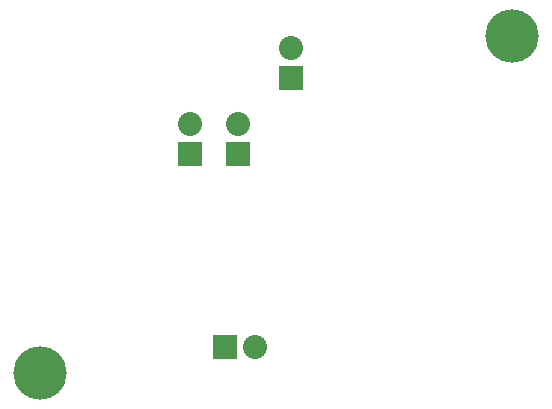
<source format=gbs>
G04 (created by PCBNEW-RS274X (2012-01-19 BZR 3256)-stable) date 12/5/2012 4:20:54 PM*
G01*
G70*
G90*
%MOIN*%
G04 Gerber Fmt 3.4, Leading zero omitted, Abs format*
%FSLAX34Y34*%
G04 APERTURE LIST*
%ADD10C,0.006000*%
%ADD11R,0.080000X0.080000*%
%ADD12C,0.080000*%
%ADD13C,0.177500*%
G04 APERTURE END LIST*
G54D10*
G54D11*
X57382Y-35736D03*
G54D12*
X57382Y-34736D03*
G54D11*
X55610Y-38295D03*
G54D12*
X55610Y-37295D03*
G54D11*
X54035Y-38295D03*
G54D12*
X54035Y-37295D03*
G54D13*
X49016Y-45571D03*
X64764Y-34343D03*
G54D11*
X55200Y-44730D03*
G54D12*
X56200Y-44730D03*
M02*

</source>
